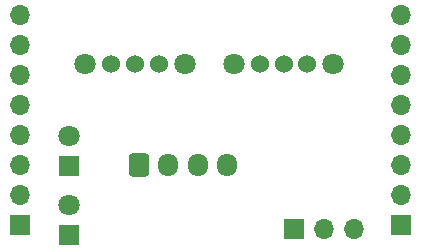
<source format=gbr>
%TF.GenerationSoftware,KiCad,Pcbnew,7.0.9*%
%TF.CreationDate,2025-01-19T19:17:31+09:00*%
%TF.ProjectId,07-OpenMV,30372d4f-7065-46e4-9d56-2e6b69636164,rev?*%
%TF.SameCoordinates,Original*%
%TF.FileFunction,Soldermask,Top*%
%TF.FilePolarity,Negative*%
%FSLAX46Y46*%
G04 Gerber Fmt 4.6, Leading zero omitted, Abs format (unit mm)*
G04 Created by KiCad (PCBNEW 7.0.9) date 2025-01-19 19:17:31*
%MOMM*%
%LPD*%
G01*
G04 APERTURE LIST*
G04 Aperture macros list*
%AMRoundRect*
0 Rectangle with rounded corners*
0 $1 Rounding radius*
0 $2 $3 $4 $5 $6 $7 $8 $9 X,Y pos of 4 corners*
0 Add a 4 corners polygon primitive as box body*
4,1,4,$2,$3,$4,$5,$6,$7,$8,$9,$2,$3,0*
0 Add four circle primitives for the rounded corners*
1,1,$1+$1,$2,$3*
1,1,$1+$1,$4,$5*
1,1,$1+$1,$6,$7*
1,1,$1+$1,$8,$9*
0 Add four rect primitives between the rounded corners*
20,1,$1+$1,$2,$3,$4,$5,0*
20,1,$1+$1,$4,$5,$6,$7,0*
20,1,$1+$1,$6,$7,$8,$9,0*
20,1,$1+$1,$8,$9,$2,$3,0*%
G04 Aperture macros list end*
%ADD10O,1.700000X1.950000*%
%ADD11RoundRect,0.250000X-0.600000X-0.725000X0.600000X-0.725000X0.600000X0.725000X-0.600000X0.725000X0*%
%ADD12C,1.524000*%
%ADD13C,1.800000*%
%ADD14O,1.700000X1.700000*%
%ADD15R,1.700000X1.700000*%
%ADD16R,1.800000X1.800000*%
G04 APERTURE END LIST*
D10*
%TO.C,J3*%
X117542000Y-94848000D03*
X115042000Y-94848000D03*
X112542000Y-94848000D03*
D11*
X110042000Y-94848000D03*
%TD*%
D12*
%TO.C,SW2*%
X120310000Y-86360000D03*
X122310000Y-86360000D03*
X124310000Y-86360000D03*
D13*
X118110000Y-86360000D03*
X126510000Y-86360000D03*
%TD*%
D12*
%TO.C,SW1*%
X107728000Y-86360000D03*
X109728000Y-86360000D03*
X111728000Y-86360000D03*
D13*
X105528000Y-86360000D03*
X113928000Y-86360000D03*
%TD*%
D14*
%TO.C,J4*%
X128270000Y-100330000D03*
X125730000Y-100330000D03*
D15*
X123190000Y-100330000D03*
%TD*%
%TO.C,J2*%
X132258000Y-100000000D03*
D14*
X132258000Y-97460000D03*
X132258000Y-94920000D03*
X132258000Y-92380000D03*
X132258000Y-89840000D03*
X132258000Y-87300000D03*
X132258000Y-84760000D03*
X132258000Y-82220000D03*
%TD*%
%TO.C,J1*%
X100000000Y-82220000D03*
X100000000Y-84760000D03*
X100000000Y-87300000D03*
X100000000Y-89840000D03*
X100000000Y-92380000D03*
X100000000Y-94920000D03*
X100000000Y-97460000D03*
D15*
X100000000Y-100000000D03*
%TD*%
D13*
%TO.C,D2*%
X104140000Y-98303000D03*
D16*
X104140000Y-100843000D03*
%TD*%
D13*
%TO.C,D1*%
X104140000Y-92456000D03*
D16*
X104140000Y-94996000D03*
%TD*%
M02*

</source>
